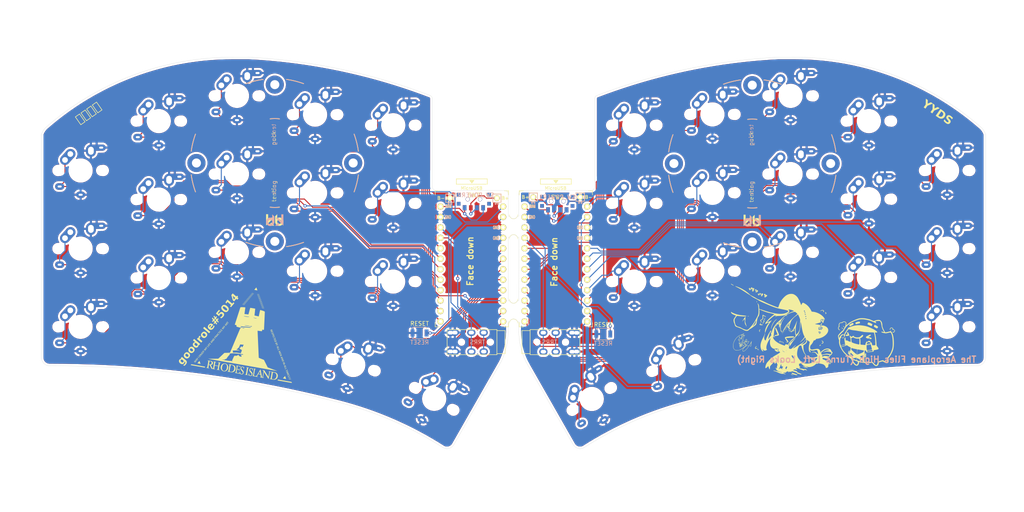
<source format=kicad_pcb>
(kicad_pcb (version 20241229) (generator "pcbnew") (generator_version "9.0")
  (layers (0 "F.Cu" signal) (2 "B.Cu" signal) (13 "F.Paste" user) (15 "B.Paste" user) (5 "F.SilkS" user "F.Silkscreen") (7 "B.SilkS" user "B.Silkscreen") (1 "F.Mask" user) (3 "B.Mask" user) (25 "Edge.Cuts" user))
  (net 0 "")
  (net 1 "BT+")
  (net 2 "gnd")
  (net 3 "vcc")
  (net 4 "Switch18")
  (net 5 "reset")
  (net 6 "Switch1")
  (net 7 "Switch2")
  (net 8 "Switch3")
  (net 9 "Switch4")
  (net 10 "Switch5")
  (net 11 "Switch6")
  (net 12 "Switch7")
  (net 13 "Switch8")
  (net 14 "Switch9")
  (net 15 "Switch10")
  (net 16 "Switch11")
  (net 17 "Switch12")
  (net 18 "Switch13")
  (net 19 "Switch14")
  (net 20 "Switch15")
  (net 21 "Switch16")
  (net 22 "Switch17")
  (net 23 "Net-(SW_POWER1-Pad1)")
  (net 24 "raw")
  (net 25 "BT+_r")
  (net 26 "Switch18_r")
  (net 27 "reset_r")
  (net 28 "Switch9_r")
  (net 29 "Switch10_r")
  (net 30 "Switch11_r")
  (net 31 "Switch12_r")
  (net 32 "Switch13_r")
  (net 33 "Switch14_r")
  (net 34 "Switch15_r")
  (net 35 "Switch16_r")
  (net 36 "Switch17_r")
  (net 37 "Switch1_r")
  (net 38 "Switch2_r")
  (net 39 "Switch3_r")
  (net 40 "Switch4_r")
  (net 41 "Switch5_r")
  (net 42 "Switch6_r")
  (net 43 "Switch7_r")
  (net 44 "Switch8_r")
  (net 45 "Net-(SW_POWERR1-Pad1)")
  (footprint "kbd:1pin_conn" (layer "F.Cu") (at 146.190005 83.736002)
    (property "Reference" "B+")
    (property "Value" "MountingHole_Pad" (hide yes))
  )
  (footprint "kbd:1pin_conn" (layer "F.Cu") (at 134.760005 83.736002)
    (property "Reference" "B-")
    (property "Value" "MountingHole_Pad" (hide yes))
  )
  (footprint "* duckyb-collection:keyswitch_cherrymx_alps_choc12_slots_1u" (layer "F.Cu") (at 45 77)
    (property "Reference" "SW2" (hide yes))
    (property "Value" "SW_Push" (hide yes))
  )
  (footprint "* duckyb-collection:keyswitch_cherrymx_alps_choc12_slots_1u" (layer "F.Cu") (at 64 65)
    (property "Reference" "SW3" (hide yes))
    (property "Value" "SW_Push" (hide yes))
  )
  (footprint "* duckyb-collection:keyswitch_cherrymx_alps_choc12_slots_1u" (layer "F.Cu") (at 83 58.86)
    (property "Reference" "SW4" (hide yes))
    (property "Value" "SW_Push" (hide yes))
  )
  (footprint "* duckyb-collection:keyswitch_cherrymx_alps_choc12_slots_1u" (layer "F.Cu") (at 101.994 63.432)
    (property "Reference" "SW5" (hide yes))
    (property "Value" "SW_Push" (hide yes))
  )
  (footprint "* duckyb-collection:keyswitch_cherrymx_alps_choc12_slots_1u" (layer "F.Cu") (at 121 66)
    (property "Reference" "SW6" (hide yes))
    (property "Value" "SW_Push" (hide yes))
  )
  (footprint "* duckyb-collection:keyswitch_cherrymx_alps_choc12_slots_1u" (layer "F.Cu") (at 45 96)
    (property "Reference" "SW8" (hide yes))
    (property "Value" "SW_Push" (hide yes))
  )
  (footprint "* duckyb-collection:keyswitch_cherrymx_alps_choc12_slots_1u" (layer "F.Cu") (at 64 84.074)
    (property "Reference" "SW9" (hide yes))
    (property "Value" "SW_Push" (hide yes))
  )
  (footprint "* duckyb-collection:keyswitch_cherrymx_alps_choc12_slots_1u" (layer "F.Cu") (at 83 77.878)
    (property "Reference" "SW10" (hide yes))
    (property "Value" "SW_Push" (hide yes))
  )
  (footprint "* duckyb-collection:keyswitch_cherrymx_alps_choc12_slots_1u" (layer "F.Cu") (at 102 82.45)
    (property "Reference" "SW11" (hide yes))
    (property "Value" "SW_Push" (hide yes))
  )
  (footprint "* duckyb-collection:keyswitch_cherrymx_alps_choc12_slots_1u" (layer "F.Cu") (at 120.98 84.99)
    (property "Reference" "SW12" (hide yes))
    (property "Value" "SW_Push" (hide yes))
  )
  (footprint "* duckyb-collection:keyswitch_cherrymx_alps_choc12_slots_1u" (layer "F.Cu") (at 45 115)
    (property "Reference" "SW14" (hide yes))
    (property "Value" "SW_Push" (hide yes))
  )
  (footprint "* duckyb-collection:keyswitch_cherrymx_alps_choc12_slots_1u" (layer "F.Cu") (at 64.008 103.124)
    (property "Reference" "SW15" (hide yes))
    (property "Value" "SW_Push" (hide yes))
  )
  (footprint "* duckyb-collection:keyswitch_cherrymx_alps_choc12_slots_1u" (layer "F.Cu") (at 83 96.896)
    (property "Reference" "SW16" (hide yes))
    (property "Value" "SW_Push" (hide yes))
  )
  (footprint "* duckyb-collection:keyswitch_cherrymx_alps_choc12_slots_1u" (layer "F.Cu") (at 102 101.468)
    (property "Reference" "SW17" (hide yes))
    (property "Value" "SW_Push" (hide yes))
  )
  (footprint "* duckyb-collection:keyswitch_cherrymx_alps_choc12_slots_1u" (layer "F.Cu") (at 130.95 132.504 -30)
    (property "Reference" "SW20" (hide yes))
    (property "Value" "SW_Push" (hide yes))
  )
  (footprint "* duckyb-collection:keyswitch_cherrymx_alps_choc12_slots_1u" (layer "F.Cu") (at 111.272 124.288 -15)
    (property "Reference" "SW21" (hide yes))
    (property "Value" "SW_Push" (hide yes))
  )
  (footprint "kbd:Tenting_Puck2" (layer "F.Cu") (at 92.202 75.184)
    (property "Reference" "REF**")
    (property "Value" "Tenting Puck")
  )
  (footprint "Kailh:SPDT_C128955r" (layer "F.Cu") (at 140.602 83.99)
    (property "Reference" "SW2")
    (property "Value" "SW_SPDT")
  )
  (footprint "kbd:SW_SPST_B3U-1000P" (layer "F.Cu") (at 127.394 116.502)
    (property "Reference" "RSW1" (hide yes))
    (property "Value" "SW_Push")
  )
  (footprint "* duckyb-collection:keyswitch_cherrymx_alps_choc12_slots_1u" (layer "F.Cu") (at 120.98 104.008)
    (property "Reference" "SW18" (hide yes))
    (property "Value" "SW_Push" (hide yes))
  )
  (footprint "kbd:ProMicro_v3_min" (layer "F.Cu") (at 140.094 100.246)
    (property "Reference" "U1" (hide yes))
    (property "Value" "ProMicro-kbd" (hide yes))
  )
  (footprint "kbd:1pin_conn" (layer "F.Cu") (at 166.45984 83.482002)
    (property "Reference" "B-")
    (property "Value" "MountingHole_Pad" (hide yes))
  )
  (footprint "kbd:SW_SPST_B3U-1000P" (layer "F.Cu") (at 172.04784 116.756)
    (property "Reference" "RSW2" (hide yes))
    (property "Value" "SW_Push")
  )
  (footprint "kbd:1pin_conn" (layer "F.Cu") (at 155.02984 83.482002)
    (property "Reference" "B+")
    (property "Value" "MountingHole_Pad" (hide yes))
  )
  (footprint "kbd:Tenting_Puck2" (layer "F.Cu") (at 208.26984 75.311)
    (property "Reference" "REF**")
    (property "Value" "Tenting Puck")
  )
  (footprint "Kailh:SPDT_C128955r" (layer "F.Cu") (at 160.87184 84.498)
    (property "Reference" "SW2")
    (property "Value" "SW_SPDT")
  )
  (footprint "Kailh:TRRS-PJ-DPB2" (layer "F.Cu") (at 154.26784 118.734 90)
    (property "Reference" "J1")
    (property "Value" "AudioJack4dpb" (hide yes))
  )
  (footprint "* duckyb-collection:keyswitch_cherrymx_alps_choc12_slots_1u" (layer "F.Cu") (at 198.58584 82.418)
    (property "Reference" "SW11_r1" (hide yes))
    (property "Value" "SW_Push" (hide yes))
  )
  (footprint "* duckyb-collection:keyswitch_cherrymx_alps_choc12_slots_1u" (layer "F.Cu") (at 255.63184 115)
    (property "Reference" "SW13_r1" (hide yes))
    (property "Value" "SW_Push" (hide yes))
  )
  (footprint "* duckyb-collection:keyswitch_cherrymx_alps_choc12_slots_1u" (layer "F.Cu") (at 217.58784 96.896)
    (property "Reference" "SW15_r1" (hide yes))
    (property "Value" "SW_Push" (hide yes))
  )
  (footprint "* duckyb-collection:keyswitch_cherrymx_alps_choc12_slots_1u" (layer "F.Cu") (at 198.58584 101.468)
    (property "Reference" "SW16_r1" (hide yes))
    (property "Value" "SW_Push" (hide yes))
  )
  (footprint "* duckyb-collection:keyswitch_cherrymx_alps_choc12_slots_1u" (layer "F.Cu") (at 198.58584 63.368)
    (property "Reference" "SW5_r1" (hide yes))
    (property "Value" "SW_Push" (hide yes))
  )
  (footprint "* duckyb-collection:keyswitch_cherrymx_alps_choc12_slots_1u" (layer "F.Cu") (at 236.61384 65)
    (property "Reference" "SW3_r1" (hide yes))
    (property "Value" "SW_Push" (hide yes))
  )
  (footprint "* duckyb-collection:keyswitch_cherrymx_alps_choc12_slots_1u" (layer "F.Cu") (at 217.58784 58.86)
    (property "Reference" "SW4_r1" (hide yes))
    (property "Value" "SW_Push" (hide yes))
  )
  (footprint "* duckyb-collection:keyswitch_cherrymx_alps_choc12_slots_1u" (layer "F.Cu") (at 236.61384 83.974)
    (property "Reference" "SW8_r1" (hide yes))
    (property "Value" "SW_Push" (hide yes))
  )
  (footprint "* duckyb-collection:keyswitch_cherrymx_alps_choc12_slots_1u" (layer "F.Cu") (at 217.58784 77.878)
    (property "Reference" "SW9_r1" (hide yes))
    (property "Value" "SW_Push" (hide yes))
  )
  (footprint "* duckyb-collection:keyswitch_cherrymx_alps_choc12_slots_1u" (layer "F.Cu") (at 236.61384 102.992)
    (property "Reference" "SW18_r1" (hide yes))
    (property "Value" "SW_Push" (hide yes))
  )
  (footprint "* duckyb-collection:keyswitch_cherrymx_alps_choc12_slots_1u" (layer "F.Cu") (at 179.58584 84.99)
    (property "Reference" "SW12_r1" (hide yes))
    (property "Value" "SW_Push" (hide yes))
  )
  (footprint "* duckyb-collection:keyswitch_cherrymx_alps_choc12_slots_1u" (layer "F.Cu") (at 255.63184 96)
    (property "Reference" "SW7_r1" (hide yes))
    (property "Value" "SW_Push" (hide yes))
  )
  (footprint "* duckyb-collection:keyswitch_cherrymx_alps_choc12_slots_1u" (layer "F.Cu") (at 255.63184 77)
    (property "Reference" "SW2_r1" (hide yes))
    (property "Value" "SW_Push" (hide yes))
  )
  (footprint "* duckyb-collection:keyswitch_cherrymx_alps_choc12_slots_1u" (layer "F.Cu") (at 179.58584 66)
    (property "Reference" "SW6_r1" (hide yes))
    (property "Value" "SW_Push" (hide yes))
  )
  (footprint "* duckyb-collection:keyswitch_cherrymx_alps_choc12_slots_1u" (layer "F.Cu") (at 169.251 132.542 30)
    (property "Reference" "SW20_r1" (hide yes))
    (property "Value" "SW_Push" (hide yes))
  )
  (footprint "* duckyb-collection:keyswitch_cherrymx_alps_choc12_slots_1u" (layer "F.Cu") (at 179.58584 104.008)
    (property "Reference" "SW17_r1" (hide yes))
    (property "Value" "SW_Push" (hide yes))
  )
  (footprint "* duckyb-collection:keyswitch_cherrymx_alps_choc12_slots_1u" (layer "F.Cu") (at 189.17984 124.41 15)
    (property "Reference" "SW21_r1" (hide yes))
    (property "Value" "SW_Push" (hide yes))
  )
  (footprint "kbd:ProMicro_v3_min" (layer "F.Cu") (at 160.51784 100.246)
    (property "Reference" "U2" (hide yes))
    (property "Value" "ProMicro-kbd" (hide yes))
  )
  (footprint "Duckyb-Parts:mouse-bite-5mm-slot-with-space-for-track" (layer "F.Cu") (at 150.241 90.678)
    (property "Reference" "mouse-bite-5mm-slot" (hide yes))
    (property "Value" "VAL**" (hide yes))
  )
  (footprint "Duckyb-Parts:mouse-bite-5mm-slot-with-space-for-track" (layer "F.Cu") (at 150.241 111.1885)
    (property "Reference" "mouse-bite-5mm-slot" (hide yes))
    (property "Value" "VAL**" (hide yes))
  )
  (footprint "Kailh:TRRS-PJ-DPB2" (layer "F.Cu") (at 146.19 118.734 -90)
    (property "Reference" "J2")
    (property "Value" "AudioJack4dpb" (hide yes))
  )
  (footprint "assets:skadi" (layer "F.Cu") (at 215.6 114.995562)
    (property "Reference" "G***")
    (property "Value" "LOGO" (hide yes))
  )
  (footprint "assets:rhodes-island" (layer "F.Cu") (at 85.895518 116.002423 -10)
    (property "Reference" "G***")
    (property "Value" "LOGO" (hide yes))
  )
  (footprint "assets:kyadoc" (layer "F.Cu") (at 236.1 117.926978)
    (property "Reference" "G***")
    (property "Value" "LOGO" (hide yes))
  )
  (footprint "Kailh:SPDT_C128955" (layer "B.Cu") (at 140.602 83.99 180)
    (property "Reference" "SW_POWERR1")
    (property "Value" "SW_SPDT")
  )
  (footprint "kbd:SW_SPST_B3U-1000P" (layer "B.Cu") (at 127.394 116.502)
    (property "Reference" "RSW1" (hide yes))
    (property "Value" "SW_Push")
  )
  (footprint "Kailh:SPDT_C128955" (layer "B.Cu") (at 160.87184 84.498 180)
    (property "Reference" "SW_POWER1")
    (property "Value" "SW_SPDT")
  )
  (footprint "kbd:SW_SPST_B3U-1000P" (layer "B.Cu") (at 172.04784 116.756)
    (property "Reference" "RSW2" (hide yes))
    (property "Value" "SW_Push")
  )
  (gr_arc (start 148.162 81.866) (mid 148.69233 82.08567) (end 148.912 82.616) (stroke (width 0.05)) (layer "Edge.Cuts"))
  (gr_line (start 148.912 93.218) (end 148.912 101.262) (stroke (width 0.05)) (layer "Edge.Cuts"))
  (gr_line (start 131.458 81.868917) (end 148.162 81.866) (stroke (width 0.05)) (layer "Edge.Cuts"))
  (gr_line (start 147.161679 123.613657) (end 135.71 143.699265) (stroke (width 0.05)) (layer "Edge.Cuts"))
  (gr_arc (start 148.924 116.248) (mid 148.462831 120.031316) (end 147.161679 123.613657) (stroke (width 0.05)) (layer "Edge.Cuts"))
  (gr_line (start 148.912 82.616) (end 148.924 88.11) (stroke (width 0.05)) (layer "Edge.Cuts"))
  (gr_line (start 149.2885 88.11) (end 148.924 88.11) (stroke (width 0.05)) (layer "Edge.Cuts"))
  (gr_line (start 149.2885 93.218) (end 148.912 93.218) (stroke (width 0.05)) (layer "Edge.Cuts"))
  (gr_line (start 149.2885 108.628) (end 148.924 108.628) (stroke (width 0.05)) (layer "Edge.Cuts"))
  (gr_line (start 149.2885 113.7285) (end 148.912 113.7285) (stroke (width 0.05)) (layer "Edge.Cuts"))
  (gr_line (start 148.912 101.262) (end 148.924 108.628) (stroke (width 0.05)) (layer "Edge.Cuts"))
  (gr_line (start 148.912 113.7285) (end 148.924 116.248) (stroke (width 0.05)) (layer "Edge.Cuts"))
  (gr_arc (start 131.458 81.868917) (mid 130.750893 81.576024) (end 130.458 80.868917) (stroke (width 0.05)) (layer "Edge.Cuts"))
  (gr_line (start 130.458 80.868917) (end 130.463 59.473) (stroke (width 0.05)) (layer "Edge.Cuts"))
  (gr_arc (start 35.465859 68.23732) (mid 36.022742 67.119147) (end 36.893 66.223) (stroke (width 0.05)) (layer "Edge.Cuts"))
  (gr_arc (start 85.843227 49.463504) (mid 108.303644 52.385453) (end 130.028245 58.79247) (stroke (width 0.05)) (layer "Edge.Cuts"))
  (gr_line (start 37.768 124.474571) (end 37.493002 124.473917) (stroke (width 0.05)) (layer "Edge.Cuts"))
  (gr_arc (start 107.797707 133.384137) (mid 120.821222 137.841207) (end 132.978 144.298) (stroke (width 0.05)) (layer "Edge.Cuts"))
  (gr_arc (start 37.768 124.474571) (mid 73.062876 126.72836) (end 107.797707 133.384137) (stroke (width 0.05)) (layer "Edge.Cuts"))
  (gr_arc (start 37.493002 124.473917) (mid 36.080534 123.924716) (end 35.458001 122.542999) (stroke (width 0.05)) (layer "Edge.Cuts"))
  (gr_arc (start 135.71 143.699265) (mid 134.468995 144.56898) (end 132.978 144.298) (stroke (width 0.05)) (layer "Edge.Cuts"))
  (gr_arc (start 130.028245 58.79247) (mid 130.345034 59.069226) (end 130.463 59.473) (stroke (width 0.05)) (layer "Edge.Cuts"))
  (gr_line (start 35.465859 68.23732) (end 35.458001 122.542999) (stroke (width 0.05)) (layer "Edge.Cuts"))
  (gr_line (start 85.843227 49.463504) (end 81.868 49.468) (stroke (width 0.05)) (layer "Edge.Cuts"))
  (gr_arc (start 36.893 66.223) (mid 57.870705 53.792798) (end 81.868 49.468) (stroke (width 0.05)) (layer "Edge.Cuts"))
  (gr_line (start 168.99984 81.868917) (end 152.29584 81.866) (stroke (width 0.05)) (layer "Edge.Cuts"))
  (gr_line (start 151.54584 113.7285) (end 151.53384 116.248) (stroke (width 0.05)) (layer "Edge.Cuts"))
  (gr_line (start 153.280536 123.57215) (end 164.74784 143.699265) (stroke (width 0.05)) (layer "Edge.Cuts"))
  (gr_line (start 264.991981 68.23732) (end 264.999839 122.542999) (stroke (width 0.05)) (layer "Edge.Cuts"))
  (gr_line (start 214.614716 49.465561) (end 218.58984 49.468) (stroke (width 0.05)) (layer "Edge.Cuts"))
  (gr_line (start 151.54584 101.262) (end 151.53384 108.628) (stroke (width 0.05)) (layer "Edge.Cuts"))
  (gr_arc (start 151.54584 82.616) (mid 151.76551 82.08567) (end 152.29584 81.866) (stroke (width 0.05)) (layer "Edge.Cuts"))
  (gr_line (start 151.54584 93.218) (end 151.54584 101.262) (stroke (width 0.05)) (layer "Edge.Cuts"))
  (gr_arc (start 167.47984 144.298) (mid 179.636497 137.840745) (end 192.659669 133.38233) (stroke (width 0.05)) (layer "Edge.Cuts"))
  (gr_arc (start 218.58984 49.468) (mid 242.587135 53.792799) (end 263.56484 66.223) (stroke (width 0.05)) (layer "Edge.Cuts"))
  (gr_arc (start 192.659669 133.38233) (mid 227.394848 126.727908) (end 262.68984 124.474571) (stroke (width 0.05)) (layer "Edge.Cuts"))
  (gr_arc (start 167.47984 144.298) (mid 165.988845 144.56898) (end 164.74784 143.699265) (stroke (width 0.05)) (layer "Edge.Cuts"))
  (gr_arc (start 153.280536 123.57215) (mid 151.990927 120.009347) (end 151.53384 116.248) (stroke (width 0.05)) (layer "Edge.Cuts"))
  (gr_line (start 151.54584 82.616) (end 151.53384 88.11) (stroke (width 0.05)) (layer "Edge.Cuts"))
  (gr_arc (start 169.99984 80.868917) (mid 169.706947 81.576024) (end 168.99984 81.868917) (stroke (width 0.05)) (layer "Edge.Cuts"))
  (gr_line (start 169.99984 80.868917) (end 169.99484 59.473) (stroke (width 0.05)) (layer "Edge.Cuts"))
  (gr_arc (start 263.56484 66.223) (mid 264.435098 67.119147) (end 264.991981 68.23732) (stroke (width 0.05)) (layer "Edge.Cuts"))
  (gr_arc (start 170.429595 58.79247) (mid 192.154223 52.385977) (end 214.614716 49.465561) (stroke (width 0.05)) (layer "Edge.Cuts"))
  (gr_line (start 262.68984 124.474571) (end 262.964838 124.473917) (stroke (width 0.05)) (layer "Edge.Cuts"))
  (gr_arc (start 264.999839 122.542999) (mid 264.377307 123.924717) (end 262.964838 124.473917) (stroke (width 0.05)) (layer "Edge.Cuts"))
  (gr_arc (start 169.99484 59.473) (mid 170.112806 59.069226) (end 170.429595 58.79247) (stroke (width 0.05)) (layer "Edge.Cuts"))
  (gr_line (start 151.53384 88.11) (end 151.1935 88.11) (stroke (width 0.05)) (layer "Edge.Cuts"))
  (gr_line (start 151.54584 93.218) (end 151.1935 93.218) (stroke (width 0.05)) (layer "Edge.Cuts"))
  (gr_arc (start 149.288501 113.7285) (mid 150.241 113.083627) (end 151.193499 113.728501) (stroke (width 0.05)) (layer "Edge.Cuts"))
  (gr_line (start 151.53384 108.628) (end 151.1935 108.628) (stroke (width 0.05)) (layer "Edge.Cuts"))
  (gr_arc (start 149.288501 93.218) (mid 150.241 92.573127) (end 151.193499 93.218001) (stroke (width 0.05)) (layer "Edge.Cuts"))
  (gr_line (start 151.54584 113.7285) (end 151.1935 113.7285) (stroke (width 0.05)) (layer "Edge.Cuts"))
  (gr_arc (start 151.193499 108.628) (mid 150.241 109.285937) (end 149.288501 108.627999) (stroke (width 0.05)) (layer "Edge.Cuts"))
  (gr_arc (start 151.193499 88.11) (mid 150.241 88.772807) (end 149.288501 88.109999) (stroke (width 0.05)) (layer "Edge.Cuts"))
  (gr_text "Face down" (at 160.10984 99.23 90) (layer "F.SilkS") (effects (font (size 1.5 1.5) (thickness 0.3))))
  (gr_text "goodrole#5014" (at 76.06 115.62 50) (layer "F.SilkS") (effects (font (size 1.8 1.8) (thickness 0.4) (bold yes))))
  (gr_text "YYDS" (at 253.23 62.96 325) (layer "F.SilkS") (effects (font (size 2 2) (thickness 0.4) (bold yes))))
  (gr_text "明日方舟" (at 46.9 63.05 35) (layer "F.SilkS") (effects (font (size 2 2) (thickness 0.4) (bold yes))))
  (gr_text "Face down" (at 139.7 99.06 90) (layer "F.SilkS") (effects (font (size 1.5 1.5) (thickness 0.3))))
  (gr_text "The Aeroplane Flies High (Turns Left, Looks Right)" (at 233.62984 122.936 0) (layer "B.SilkS") (effects (font (size 1.5 1.5) (thickness 0.3)) (justify mirror)))
  (segment (start 158.381843 85.323001) (end 157.231843 84.173001) (width 0.25) (layer "F.Cu") (net 1))
  (segment (start 157.231843 84.173001) (end 155.720841 84.173001) (width 0.25) (layer "F.Cu") (net 1))
  (segment (start 155.720841 84.173001) (end 155.02984 83.482) (width 0.25) (layer "F.Cu") (net 1))
  (segment (start 160.10984 86.585) (end 160.12184 86.573) (width 0.25) (layer "F.Cu") (net 1))
  (segment (start 160.12184 85.698) (end 159.746841 85.323001) (width 0.25) (layer "F.Cu") (net 1))
  (segment (start 159.746841 85.323001) (end 158.381843 85.323001) (width 0.25) (layer "F.Cu") (net 1))
  (segment (start 160.10984 88.054) (end 160.10984 86.585) (width 0.25) (layer "F.Cu") (net 1))
  (segment (start 160.12184 86.573) (end 160.12184 85.698) (width 0.25) (layer "F.Cu") (net 1))
  (via (at 160.10984 88.054) (size 0.8) (drill 0.4) (layers "F.Cu" "B.Cu") (net 1))
  (segment (start 160.14084 88.054) (end 161.62184 86.573) (width 0.25) (layer "B.Cu") (net 1))
  (segment (start 160.10984 88.054) (end 160.14084 88.054) (width 0.25) (layer "B.Cu") (net 1))
  (segment (start 133.236 88.308) (end 132.4854 88.308) (width 0.25) (layer "B.Cu") (net 2))
  (segment (start 134.76 83.736) (end 134.76 86.784) (width 0.25) (layer "B.Cu") (net 2))
  (segment (start 134.76 86.784) (end 133.236 88.308) (width 0.25) (layer "B.Cu") (net 2))
  (segment (start 157.46784 121.044) (end 157.48784 121.064) (width 0.25) (layer "F.Cu") (net 3))
  (segment (start 132.4854 93.388) (end 134.282 93.388) (width 0.25) (layer "F.Cu") (net 3))
  (segment (start 136.652 95.758) (end 136.652 103.251) (width 0.25) (layer "F.Cu") (net 3))
  (segment (start 134.282 93.388) (end 136.652 95.758) (width 0.25) (layer "F.Cu") (net 3))
  (via (at 136.652 103.251) (size 0.8) (drill 0.4) (layers "F.Cu" "B.Cu") (net 3))
  (segment (start 157.46784 121.044) (end 157.48784 121.064) (width 0.25) (layer "B.Cu") (net 3))
  (segment (start 157.46784 116.434) (end 157.46784 121.044) (width 0.25) (layer "B.Cu") (net 3))
  (segment (start 152.90924 93.388) (end 157.46784 97.9466) (width 0.25) (layer "B.Cu") (net 3))
  (segment (start 157.46784 97.9466) (end 157.46784 116.434) (width 0.25) (layer "B.Cu") (net 3))
  (segment (start 136.652 110.086) (end 142.97 116.404) (width 0.25) (layer "B.Cu") (net 3))
  (segment (start 142.97 116.404) (end 142.97 121.014) (width 0.25) (layer "B.Cu") (net 3))
  (segment (start 142.97 121.014) (end 142.99 121.034) (width 0.25) (layer "B.Cu") (net 3))
  (segment (start 136.652 103.251) (end 136.652 110.086) (width 0.25) (layer "B.Cu") (net 3))
  (segment (start 135.014 109.083718) (end 135.014 93.642) (width 0.25) (layer "B.Cu") (net 4))
  (segment (start 139.97 121.014) (end 139.99 121.034) (width 0.25) (layer "B.Cu") (net 4))
  (segment (start 139.97 114.039718) (end 135.014 109.083718) (width 0.25) (layer "B.Cu") (net 4))
  (segment (start 146.02888 89.98452) (end 147.7054 88.308) (width 0.25) (layer "B.Cu") (net 4))
  (segment (start 139.97 116.404) (end 139.97 114.039718) (width 0.25) (layer "B.Cu") (net 4))
  (segment (start 139.97 116.404) (end 139.97 121.014) (width 0.25) (layer "B.Cu") (net 4))
  (segment (start 138.67148 89.98452) (end 146.02888 89.98452) (width 0.25) (layer "B.Cu") (net 4))
  (segment (start 135.014 93.642) (end 138.67148 89.98452) (width 0.25) (layer "B.Cu") (net 4))
  (segment (start 129.094 116.502) (end 129.934 116.502) (width 0.25) (layer "F.Cu") (net 5))
  (via (at 129.934 116.502) (size 0.8) (drill 0.4) (layers "F.Cu" "B.Cu") (net 5))
  (segment (start 129.934 116.502) (end 129.094 116.502) (width 0.25) (layer "B.Cu") (net 5))
  (segment (start 134.493 113.309162) (end 131.300162 116.502) (width 0.25) (layer "B.Cu") (net 5))
  (segment (start 131.300162 116.502) (end 129.934 116.502) (width 0.25) (layer "B.Cu") (net 5))
  (segment (start 134.493 92.8556) (end 134.493 113.309162) (width 0.25) (layer "B.Cu") (net 5))
  (segment (start 132.4854 90.848) (end 134.493 92.8556) (width 0.25) (layer "B.Cu") (net 5))
  (segment (start 125.238397 75.968037) (end 118.372399 75.968037) (width 0.25) (layer "F.Cu") (net 6))
  (segment (start 127.978962 83.349038) (end 127.978962 78.708602) (width 0.25) (layer "F.Cu") (net 6))
  (segment (start 127.978962 78.708602) (end 125.238397 75.968037) (width 0.25) (layer "F.Cu") (net 6))
  (segment (start 116.144388 73.740028) (end 114.7568 73.740028) (width 0.25) (layer "F.Cu") (net 6))
  (segment (start 131.167319 106.378681) (end 131.167319 102.866329) (width 0.25) (layer "F.Cu") (net 6))
  (segment (start 113.486798 72.470028) (end 98.868206 72.470028) (width 0.25) (layer "F.Cu") (net 6))
  (segment (start 41.2 79.6) (end 39.9 80.9) (width 0.25) (layer "F.Cu") (net 6))
  (segment (start 41.2 74.45) (end 41.2 79.6) (width 0.25) (layer "F.Cu") (net 6))
  (segment (start 131.167319 102.866329) (end 129.598359 101.297369) (width 0.25) (layer "F.Cu") (net 6))
  (segment (start 96.894196 70.49602) (end 66.91798 70.49602) (width 0.25) (layer "F.Cu") (net 6))
  (segment (start 56.514 80.9) (end 39.9 80.9) (width 0.25) (layer "F.Cu") (net 6))
  (segment (start 129.598359 85.055589) (end 127.978964 83.436194) (width 0.25) (layer "F.Cu") (net 6))
  (segment (start 129.598359 101.297369) (end 129.598359 85.055589) (width 0.25) (layer "F.Cu") (net 6))
  (segment (start 127.978964 83.436194) (end 127.978962 83.349038) (width 0.25) (layer "F.Cu") (net 6))
  (segment (start 131.167319 106.378681) (end 132.230638 107.442) (width 0.25) (layer "F.Cu") (net 6))
  (segment (start 114.7568 73.740028) (end 113.486798 72.470028) (width 0.25) (layer "F.Cu") (net 6))
  (segment (start 66.91798 70.49602) (end 56.514 80.9) (width 0.25) (layer "F.Cu") (net 6))
  (segment (start 118.372399 75.968037) (end 116.144388 73.740028) (width 0.25) (layer "F.Cu") (net 6))
  (segment (start 132.230638 107.442) (end 138.43 107.442) (width 0.25) (layer "F.Cu") (net 6))
  (segment (start 98.868206 72.470028) (end 96.894196 70.49602) (width 0.25) (layer "F.Cu") (net 6))
  (via (at 138.43 107.442) (size 0.8) (drill 0.4) (layers "F.Cu" "B.Cu") (net 6))
  (segment (start 139.616 108.628) (end 147.7054 108.628) (width 0.25) (layer "B.Cu") (net 6))
  (segment (start 138.43 107.442) (end 139.616 108.628) (width 0.25) (layer "B.Cu") (net 6))
  (segment (start 69.53801 70.04601) (end 97.080596 70.04601) (width 0.25) (layer "F.Cu") (net 7))
  (segment (start 68.392 68.9) (end 69.53801 70.04601) (width 0.25) (layer "F.Cu") (net 7))
  (segment (start 60.2 67.6) (end 58.9 68.9) (width 0.25) (layer "F.Cu") (net 7))
  (segment (start 125.424799 75.518029) (end 128.428972 78.522202) (width 0.25) (layer "F.Cu") (net 7))
  (segment (start 97.080596 70.04601) (end 99.054605 72.020019) (width 0.25) (layer "F.Cu") (net 7))
  (segment (start 128.428972 78.522202) (end 128.428972 80.676972) (width 0.25) (layer "F.Cu") (net 7))
  (segment (start 128.428973 83.249793) (end 130.048369 84.869189) (width 0.25) (layer "F.Cu") (net 7))
  (segment (start 130.048369 84.869189) (end 130.048369 101.110969) (width 0.25) (layer "F.Cu") (net 7))
  (segment (start 130.048369 101.110969) (end 132.4854 103.548) (width 0.25) (layer "F.Cu") (net 7))
  (segment (start 116.33079 73.29002) (end 118.558798 75.518028) (width 0.25) (layer "F.Cu") (net 7))
  (segment (start 99.054605 72.020019) (end 113.6732 72.02002) (width 0.25) (layer "F.Cu") (net 7))
  (segment (start 113.6732 72.02002) (end 114.943199 73.290019) (width 0.25) (layer "F.Cu") (net 7))
  (segment (start 128.428973 80.676973) (end 128.428973 83.249793) (width 0.25) (layer "F.Cu") (net 7))
  (segment (start 60.2 62.45) (end 60.2 67.6) (width 0.25) (layer "F.Cu") (net 7))
  (segment (start 114.943199 73.290019) (end 116.33079 73.29002) (width 0.25) (layer "F.Cu") (net 7))
  (segment (start 58.9 68.9) (end 68.392 68.9) (width 0.25) (layer "F.Cu") (net 7))
  (segment (start 118.558798 75.518028) (end 125.424799 75.518029) (width 0.25) (layer "F.Cu") (net 7))
  (segment (start 128.878982 78.335802) (end 128.878982 83.063392) (width 0.25) (layer "F.Cu") (net 8))
  (segment (start 99.241006 71.57001) (end 113.8596 71.57001) (width 0.25) (layer "F.Cu") (net 8))
  (segment (start 125.6112 75.06802) (end 128.878982 78.335802) (width 0.25) (layer "F.Cu") (net 8))
  (segment (start 79.2 56.31) (end 79.2 61.46) (width 0.25) (layer "F.Cu") (net 8))
  (segment (start 77.9 62.76) (end 84.736 69.596) (width 0.25) (layer "F.Cu") (net 8))
  (segment (start 118.745199 75.068019) (end 125.6112 75.06802) (width 0.25) (layer "F.Cu") (net 8))
  (segment (start 128.878982 83.063392) (end 130.498379 84.682789) (width 0.25) (layer "F.Cu") (net 8))
  (segment (start 79.2 61.46) (end 77.9 62.76) (width 0.25) (layer "F.Cu") (net 8))
  (segment (start 97.266996 69.596) (end 99.241006 71.57001) (width 0.25) (layer "F.Cu") (net 8))
  (segment (start 116.51719 72.84001) (end 118.745199 75.068019) (width 0.25) (layer "F.Cu") (net 8))
  (segment (start 84.736 69.596) (end 97.266996 69.596) (width 0.25) (layer "F.Cu") (net 8))
  (segment (start 113.8596 71.57001) (end 115.1296 72.84001) (width 0.25) (layer "F.Cu") (net 8))
  (segment (start 130.498379 84.682789) (end 130.498379 99.020979) (width 0.25) (layer "F.Cu") (net 8))
  (segment (start 130.498379 99.020979) (end 132.4854 101.008) (width 0.25) (layer "F.Cu") (net 8))
  (segment (start 115.1296 72.84001) (end 116.51719 72.84001) (width 0.25) (layer "F.Cu") (net 8))
  (segment (start 129.328991 79.713009) (end 129.328991 82.876991) (width 0.25) (layer "F.Cu") (net 9))
  (segment (start 116.70359 72.39) (end 118.9316 74.61801) (width 0.25) (layer "F.Cu") (net 9))
  (segment (start 129.328991 82.876991) (end 130.948389 84.496389) (width 0.25) (layer "F.Cu") (net 9))
  (segment (start 130.948389 96.930989) (end 132.4854 98.468) (width 0.25) (layer "F.Cu") (net 9))
  (segment (start 98.194 60.882) (end 98.194 66.032) (width 0.25) (layer "F.Cu") (net 9))
  (segment (start 115.316 72.39) (end 116.70359 72.39) (width 0.25) (layer "F.Cu") (net 9))
  (segment (start 114.046 71.12) (end 115.316 72.39) (width 0.25) (layer "F.Cu") (net 9))
  (segment (start 129.328991 78.149401) (end 129.328991 79.713009) (width 0.25) (layer "F.Cu") (net 9))
  (segment (start 118.9316 74.61801) (end 125.7976 74.61801) (width 0.25) (layer "F.Cu") (net 9))
  (segment (start 98.194 66.032) (end 96.894 67.332) (width 0.25) (layer "F.Cu") (net 9))
  (segment (start 100.682 71.12) (end 114.046 71.12) (width 0.25) (layer "F.Cu") (net 9))
  (segment (start 96.894 67.332) (end 100.682 71.12) (width 0.25) (layer "F.Cu") (net 9))
  (segment (start 130.948389 84.496389) (end 130.948389 96.930989) (width 0.25) (layer "F.Cu") (net 9))
  (segment (start 125.7976 74.61801) (end 129.328991 78.149401) (width 0.25) (layer "F.Cu") (net 9))
  (segment (start 129.794 77.978) (end 129.794 82.58) (width 0.25) (layer "F.Cu") (net 10))
  (segment (start 117.2 63.45) (end 117.2 68.6) (width 0.25) (layer "F.Cu") (net 10))
  (segment (start 115.9 70.95) (end 119.118 74.168) (width 0.25) (layer "F.Cu") (net 10))
  (segment (start 115.9 69.9) (end 115.9 70.95) (width 0.25) (layer "F.Cu") (net 10))
  (segment (start 129.794 82.58) (end 131.398399 84.184399) (width 0.25) (layer "F.Cu") (net 10))
  (segment (start 131.398399 84.184399) (end 131.398399 94.840999) (width 0.25) (layer "F.Cu") (net 10))
  (segment (start 131.398399 94.840999) (end 132.4854 95.928) (width 0.25) (layer "F.Cu") (net 10))
  (segment (start 119.118 74.168) (end 125.984 74.168) (width 0.25) (layer "F.Cu") (net 10))
  (segment (start 125.984 74.168) (end 129.794 77.978) (width 0.25) (layer "F.Cu") (net 10))
  (segment (start 117.2 68.6) (end 115.9 69.9) (width 0.25) (layer "F.Cu") (net 10))
  (segment (start 64.393892 88.42352) (end 67.691 85.126412) (width 0.25) (layer "F.Cu") (net 11))
  (segment (start 70.2904 79.95201) (end 80.330598 79.95201) (width 0.25) (layer "F.Cu") (net 11))
  (segment (start 80.330598 79.95201) (end 81.658588 81.28) (width 0.25) (layer "F.Cu") (net 11))
  (segment (start 61.18248 88.42352) (end 64.393892 88.42352) (width 0.25) (layer "F.Cu") (net 11))
  (segment (start 98.36652 84.39652) (end 99.568 85.598) (width 0.25) (layer "F.Cu") (net 11))
  (segment (start 90.932 81.28) (end 94.04852 84.39652) (width 0.25) (layer "F.Cu") (net 11))
  (segment (start 39.9 99.9) (end 49.706 99.9) (width 0.25) (layer "F.Cu") (net 11))
  (segment (start 81.658588 81.28) (end 90.932 81.28) (width 0.25) (layer "F.Cu") (net 11))
  (segment (start 49.706 99.9) (end 61.18248 88.42352) (width 0.25) (layer "F.Cu") (net 11))
  (segment (start 67.691 82.55141) (end 70.2904 79.95201) (width 0.25) (layer "F.Cu") (net 11))
  (segment (start 67.691 85.126412) (end 67.691 82.55141) (width 0.25) (layer "F.Cu") (net 11))
  (segment (start 94.04852 84.39652) (end 98.36652 84.39652) (width 0.25) (layer "F.Cu") (net 11))
  (via (at 99.568 85.598) (size 0.8) (drill 0.4) (layers "F.Cu" "B.Cu") (net 11))
  (segment (start 39.9 97.759002) (end 39.9 99.9) (width 0.25) (layer "B.Cu") (net 11))
  (segment (start 131.0827 98.0927) (end 131.0827 104.6853) (width 0.25) (layer "B.Cu") (net 11))
  (segment (start 128.41 95.42) (end 131.0827 98.0927) (width 0.25) (layer "B.Cu") (net 11))
  (segment (start 99.568 85.598) (end 105.126 85.598) (width 0.25) (layer "B.Cu") (net 11))
  (segment (start 105.126 85.598) (end 114.948 95.42) (width 0.25) (layer "B.Cu") (net 11))
  (segment (start 41.2 96.459002) (end 39.9 97.759002) (width 0.25) (layer "B.Cu") (net 11))
  (segment (start 41.2 93.45) (end 41.2 96.459002) (width 0.25) (layer "B.Cu") (net 11))
  (segment (start 131.0827 104.6853) (end 132.4854 106.088) (width 0.25) (layer "B.Cu") (net 11))
  (segment (start 114.948 95.42) (end 128.41 95.42) (width 0.25) (layer "B.Cu") (net 11))
  (segment (start 58.9 87.974) (end 64.207002 87.974) (width 0.25) (layer "F.Cu") (net 12))
  (segment (start 130.696 103.03142) (end 130.696 103.294) (width 0.25) (layer "F.Cu") (net 12))
  (segment (start 128.26039 95.11198) (end 129.148348 95.999938) (width 0.25) (layer "F.Cu") (net 12))
  (segment (start 80.516998 79.502) (end 81.786998 80.772) (width 0.25) (layer "F.Cu") (net 12))
  (segment (start 64.207002 87.974) (end 67.24148 84.939522) (width 0.25) (layer "F.Cu") (net 12))
  (segment (start 129.148348 95.999938) (end 129.148349 96.158349) (width 0.25) (layer "F.Cu") (net 12))
  (segment (start 106.5448 85.96798) (end 115.6888 95.11198) (width 0.25) (layer "F.Cu") (net 12))
  (segment (start 70.104 79.502) (end 80.516998 79.502) (width 0.25) (layer "F.Cu") (net 12))
  (segment (start 129.156929 101.492349) (end 130.696 103.03142) (width 0.25) (layer "F.Cu") (net 12))
  (segment (start 130.717309 106.565081) (end 132.4854 108.333172) (width 0.25) (layer "F.Cu") (net 12))
  (segment (start 99.389998 83.947) (end 101.410978 85.96798) (width 0.25) (layer "F.Cu") (net 12))
  (segment (start 130.696 103.294) (end 130.717309 103.315309) (width 0.25) (layer "F.Cu") (net 12))
  (segment (start 115.6888 95.11198) (end 128.26039 95.11198) (width 0.25) (layer "F.Cu") (net 12))
  (segment (start 129.148349 96.158349) (end 129.148349 101.492349) (width 0.25) (layer "F.Cu") (net 12))
  (segment (start 81.786998 80.772) (end 91.06041 80.772) (width 0.25) (layer "F.Cu") (net 12))
  (segment (start 94.23541 83.947) (end 99.389998 83.947) (width 0.25) (layer "F.Cu") (net 12))
  (segment (start 67.24148 82.36452) (end 70.104 79.502) (width 0.25) (layer "F.Cu") (net 12))
  (segment (start 132.4854 108.333172) (end 132.4854 108.628) (width 0.25) (layer "F.Cu") (net 12))
  (segment (start 101.410978 85.96798) (end 106.5448 85.96798) (width 0.25) (layer "F.Cu") (net 12))
  (segment (start 67.24148 84.939522) (end 67.24148 82.36452) (width 0.25) (layer "F.Cu") (net 12))
  (segment (start 91.06041 80.772) (end 94.23541 83.947) (width 0.25) (layer "F.Cu") (net 12))
  (segment (start 129.148349 101.492349) (end 129.156929 101.492349) (width 0.25) (layer "F.Cu") (net 12))
  (segment (start 130.717309 103.315309) (end 130.717309 106.565081) (width 0.25) (layer "F.Cu") (net 12))
  (segment (start 60.2 81.524) (end 60.2 86.674) (width 0.25) (layer "B.Cu") (net 12))
  (segment (start 60.2 86.674) (end 58.9 87.974) (width 0.25) (layer "B.Cu") (net 12))
  (segment (start 130.24599 103.60599) (end 130.267299 103.627299) (width 0.25) (layer "F.Cu") (net 13))
  (segment (start 130.24599 103.21782) (end 130.24599 103.60599) (width 0.25) (layer "F.Cu") (net 13))
  (segment (start 115.5024 95.56199) (end 128.07399 95.56199) (width 0.25) (layer "F.Cu") (net 13))
  (segment (start 128.07399 95.56199) (end 128.698339 96.186339) (width 0.25) (layer "F.Cu") (net 13))
  (segment (start 90.79359 81.778) (end 93.86163 84.84604) (width 0.25) (layer "F.Cu") (net 13))
  (segment (start 130.267299 103.627299) (end 130.267299 106.751481) (width 0.25) (layer "F.Cu") (net 13))
  (segment (start 130.95 107.434182) (end 130.95 109.6326) (width 0.25) (layer "F.Cu") (net 13))
  (segment (start 128.698339 96.186339) (end 128.698339 101.735661) (width 0.25) (layer "F.Cu") (net 13))
  (segment (start 130.267299 106.751481) (end 130.95 107.434182) (width 0.25) (layer "F.Cu") (net 13))
  (segment (start 130.128085 103.099915) (end 130.24599 103.21782) (width 0.25) (layer "F.Cu") (net 13))
  (segment (start 93.86163 84.84604) (end 97.54604 84.84604) (width 0.25) (layer "F.Cu") (net 13))
  (segment (start 97.54604 84.84604) (end 99.11799 86.41799) (width 0.25) (layer "F.Cu") (net 13))
  (segment (start 99.11799 86.41799) (end 106.3584 86.41799) (width 0.25) (layer "F.Cu") (net 13))
  (segment (start 130.062593 103.099915) (end 130.128085 103.099915) (width 0.25) (layer "F.Cu") (net 13))
  (segment (start 106.3584 86.41799) (end 115.5024 95.56199) (width 0.25) (layer "F.Cu") (net 13))
  (segment (start 77.9 81.778) (end 90.79359 81.778) (width 0.25) (layer "F.Cu") (net 13))
  (segment (start 130.95 109.6326) (end 132.4854 111.168) (width 0.25) (layer "F.Cu") (net 13))
  (segment (start 128.698339 101.735661) (end 130.062593 103.099915) (width 0.25) (layer "F.Cu") (net 13))
  (segment (start 79.2 80.478) (end 77.9 81.778) (width 0.25) (layer "B.Cu") (net 13))
  (segment (start 79.2 75.328) (end 79.2 80.478) (width 0.25) (layer "B.Cu") (net 13))
  (segment (start 129.817289 106.937881) (end 130.49999 107.620582) (width 0.25) (layer "F.Cu") (net 14))
  (segment (start 128.24833 101.922062) (end 129.79598 103.469712) (width 0.25) (layer "F.Cu") (net 14))
  (segment (start 129.79598 103.79239) (end 129.817289 103.813699) (width 0.25) (layer "F.Cu") (net 14))
  (segment (start 96.9 86.35) (end 97.418 86.868) (width 0.25) (layer "F.Cu") (net 14))
  (segment (start 129.817289 103.813699) (end 129.817289 106.937881) (width 0.25) (layer "F.Cu") (net 14))
  (segment (start 130.49999 107.620582) (end 130.49999 111.72259) (width 0.25) (layer "F.Cu") (net 14))
  (segment (start 130.49999 111.72259) (end 132.4854 113.708) (width 0.25) (layer "F.Cu") (net 14))
  (segment (start 115.316 96.012) (end 127.762 96.012) (width 0.25) (layer "F.Cu") (net 14))
  (segment (start 129.79598 103.469712) (end 129.79598 103.79239) (width 0.25) (layer "F.Cu") (net 14))
  (segment (start 97.418 86.868) (end 106.172 86.868) (width 0.25) (layer "F.Cu") (net 14))
  (segment (start 128.24833 96.49833) (end 128.24833 101.922062) (width 0.25) (layer "F.Cu") (net 14))
  (segment (start 106.172 86.868) (end 115.316 96.012) (width 0.25) (layer "F.Cu") (net 14))
  (segment (start 127.762 96.012) (end 128.24833 96.49833) (width 0.25) (layer "F.Cu") (net 14))
  (segment (start 98.2 85.05) (end 96.9 86.35) (width 0.25) (layer "B.Cu") (net 14))
  (segment (start 98.2 79.9) (end 98.2 85.05) (width 0.25) (layer "B.Cu") (net 14))
  (segment (start 115.88 88.89) (end 115.834 88.89) (width 0.25) (layer "F.Cu") (net 15))
  (segment (start 117.18 82.44) (end 119.422998 82.44) (width 0.25) (layer "B.Cu") (net 15))
  (segment (start 119.422998 82.44) (end 119.697519 82.165479) (width 0.25) (layer "B.Cu") (net 15))
  (segment (start 138.43 89.535) (end 143.9384 89.535) (width 0.25) (layer "B.Cu") (net 15))
  (segment (start 134.704261 82.165479) (end 136.034609 83.495827) (width 0.25) (layer "B.Cu") (net 15))
  (segment (start 136.034609 83.495827) (end 136.034609 87.139609) (width 0.25) (layer "B.Cu") (net 15))
  (segment (start 136.034609 87.139609) (end 138.43 89.535) (width 0.25) (layer "B.Cu") (net 15))
  (segment (start 117.18 87.59) (end 115.88 88.89) (width 0.25) (layer "B.Cu") (net 15))
  (segment (start 119.697519 82.165479) (end 134.704261 82.165479) (width 0.25) (layer "B.Cu") (net 15))
  (segment (start 143.9384 89.535) (end 147.7054 85.768) (width 0.25) (layer "B.Cu") (net 15))
  (segment (start 117.18 82.44) (end 117.18 87.59) (width 0.25) (layer "B.Cu") (net 15))
  (segment (start 144.92 102.882162) (end 144.92 98.7134) (width 0.25) (layer "F.Cu") (net 16))
  (segment (start 87.951392 101.792982) (end 89.398392 103.239982) (width 0.25) (layer "F.Cu") (net 16))
  (segment (start 83.243095 99.895981) (end 85.140095 101.792981) (width 0.25) (layer "F.Cu") (net 16))
  (segment (start 89.398392 103.239982) (end 98.924802 103.239982) (width 0.25) (layer "F.Cu") (net 16))
  (segment (start 66.2716 106.57399) (end 67.389491 105.456099) (width 0.25) (layer "F.Cu") (net 16))
  (segment (start 58.142006 105.89899) (end 59.673994 105.89899) (width 0.25) (layer "F.Cu") (net 16))
  (segment (start 100.45841 104.77359) (end 105.28441 104.77359) (width 0.25) (layer "F.Cu") (net 16))
  (segment (start 70.615608 99.22098) (end 79.40898 99.22098) (width 0.25) (layer "F.Cu") (net 16))
  (segment (start 41.19 112.21) (end 41.19 113.46) (width 0.25) (layer "F.Cu") (net 16))
  (segment (start 113.99029 105.09747) (end 114.32578 105.43296) (width 0.25) (layer "F.Cu") (net 16))
  (segment (start 60.348994 106.57399) (end 66.2716 106.57399) (width 0.25) (layer "F.Cu") (net 16))
  (segment (start 48.413002 118.9) (end 57.48299 109.830012) (width 0.25) (layer "F.Cu") (net 16))
  (segment (start 117.205194 105.43296) (end 118.655038 106.882804) (width 0.25) (layer "F.Cu") (net 16))
  (segment (start 67.389491 105.456099) (end 67.389491 102.447097) (width 0.25) (layer "F.Cu") (net 16))
  (segment (start 57.48299 106.558006) (end 58.142006 105.89899) (width 0.25) (layer "F.Cu") (net 16))
  (segment (start 98.924802 103.239982) (end 100.45841 104.77359) (width 0.25) (layer "F.Cu") (net 16))
  (segment (start 129.968202 117.83396) (end 144.92 102.882162) (width 0.25) (layer "F.Cu") (net 16))
  (segment (start 80.08398 99.89598) (end 83.243095 99.895981) (width 0.25) (layer "F.Cu") (net 16))
  (segment (start 144.92 98.7134) (end 147.7054 95.928) (width 0.25) (layer "F.Cu") (net 16))
  (segment (start 39.9 118.9) (end 48.413002 118.9) (width 0.25) (layer "F.Cu") (net 16))
  (segment (start 85.140095 101.792981) (end 87.951392 101.792982) (width 0.25) (layer "F.Cu") (net 16))
  (segment (start 118.655038 115.601398) (end 120.8876 117.83396) (width 0.25) (layer "F.Cu") (net 16))
  (segment (start 118.655038 106.882804) (end 118.655038 115.601398) (width 0.25) (layer "F.Cu") (net 16))
  (segment (start 105.60829 105.09747) (end 113.99029 105.09747) (width 0.25) (layer "F.Cu") (net 16))
  (segment (start 67.389491 102.447097) (end 70.615608 99.22098) (width 0.25) (layer "F.Cu") (net 16))
  (segment (start 120.8876 117.83396) (end 129.968202 117.83396) (width 0.25) (layer "F.Cu") (net 16))
  (segment (start 59.673994 105.89899) (end 60.348994 106.57399) (width 0.25) (layer "F.Cu") (net 16))
  (segment (start 105.28441 104.77359) (end 105.60829 105.09747) (width 0.25) (layer "F.Cu") (net 16))
  (segment (start 79.40898 99.22098) (end 80.08398 99.89598) (width 0.25) (layer "F.Cu") (net 16))
  (segment (start 114.32578 105.43296) (end 117.205194 105.43296) (width 0.25) (layer "F.Cu") (net 16))
  (segment (start 57.48299 109.830012) (end 57.48299 106.558006) (width 0.25) (layer "F.Cu") (net 16))
  (segment (start 41.2 117.6) (end 39.9 118.9) (width 0.25) (layer "B.Cu") (net 16))
  (segment (start 41.2 112.45) (end 41.2 117.6) (width 0.25) (layer "B.Cu") (net 16))
  (segment (start 117.018794 105.88297) (end 118.205028 107.069206) (width 0.25) (layer "F.Cu") (net 17))
  (segment (start 67.839011 102.633987) (end 70.802008 99.67099) (width 0.25) (layer "F.Cu") (net 17))
  (segment (start 58.908 107.024) (end 66.458 107.024) (width 0.25) (layer "F.Cu") (net 17))
  (segment (start 79.77199 100.34599) (end 83.056694 100.34599) (width 0.25) (layer "F.Cu") (net 17))
  (segment (start 84.953694 102.242991) (end 87.764991 102.242991) (width 0.25) (layer "F.Cu") (net 17))
  (segment (start 105.09801 105.2236) (end 105.421888 105.547478) (width 0.25) (layer "F.Cu") (net 17))
  (segment (start 118.205028 115.787798) (end 120.7012 118.28397) (width 0.25) (layer "F.Cu") (net 17))
  (segment (start 147.7054 98.468) (end 145.37001 100.80339) (width 0.25) (layer "F.Cu") (net 17))
  (segment (start 70.802008 99.67099) (end 79.09699 99.67099) (width 0.25) (layer "F.Cu") (net 17))
  (segment (start 100.27201 105.2236) (end 105.09801 105.2236) (width 0.25) (layer "F.Cu") (net 17))
  (segment (start 89.21199 103.68999) (end 98.738401 103.689991) (width 0.25) (layer "F.Cu") (net 17))
  (segment (start 98.738401 103.689991) (end 100.27201 105.2236) (width 0.25) (layer "F.Cu") (net 17))
  (segment (start 130.154602 118.28397) (end 145.37001 103.068562) (width 0.25) (layer "F.Cu") (net 17))
  (segment (start 145.37001 100.80339) (end 145.37001 103.068562) (width 0.25) (layer "F.Cu") (net 17))
  (segment (start 66.458 107.024) (end 67.839011 105.642989) (width 0.25) (layer "F.Cu") (net 17))
  (segment (start 118.205028 107.069206) (end 118.205028 115.787798) (width 0.25) (layer "F.Cu") (net 17))
  (segment (start 114.13938 105.88297) (end 117.018794 105.88297) (width 0.25) (layer "F.Cu") (net 17))
  (segment (start 79.09699 99.67099) (end 79.77199 100.34599) (width 0.25) (layer "F.Cu") (net 17))
  (segment (start 105.421888 105.547478) (end 113.803889 105.547479) (width 0.25) (layer "F.Cu") (net 17))
  (segment (start 67.839011 105.642989) (end 67.839011 102.633987) (width 0.25) (layer "F.Cu") (net 17))
  (segment (start 113.803889 105.547479) (end 114.13938 105.88297) (width 0.25) (layer "F.Cu") (net 17))
  (segment (start 87.764991 102.242991) (end 89.21199 103.68999) (width 0.25) (layer "F.Cu") (net 17))
  (segment (start 120.7012 118.28397) (end 130.154602 118.28397) (width 0.25) (layer "F.Cu") (net 17))
  (segment (start 83.056694 100.34599) (end 84.953694 102.242991) (width 0.25) (layer "F.Cu") (net 17))
  (segment (start 60.208 105.724) (end 58.908 107.024) (width 0.25) (layer "B.Cu") (net 17))
  (segment (start 60.208 100.574) (end 60.208 105.724) (width 0.25) (layer "B.Cu") (net 17))
  (segment (start 145.936 102.278) (end 147.206 101.008) (width 0.25) (layer "F.Cu") (net 18))
  (segment (start 116.832394 106.33298) (end 117.755019 107.255605) (width 0.25) (layer "F.Cu") (net 18))
  (segment (start 113.95298 106.33298) (end 116.832394 106.33298) (width 0.25) (layer "F.Cu") (net 18))
  (segment (start 105.235488 105.997488) (end 113.617488 105.997488) (width 0.25) (layer "F.Cu") (net 18))
  (segment (start 87.552999 102.693001) (end 88.999998 104.14) (width 0.25) (layer "F.Cu") (net 18))
  (segment (start 113.617488 105.997488) (end 113.95298 106.33298) (width 0.25) (layer "F.Cu") (net 18))
  (segment (start 145.936 103.138982) (end 145.936 102.278) (width 0.25) (layer "F.Cu") (net 18))
  (segment (start 77.9 100.796) (end 82.870293 100.796) (width 0.25) (layer "F.Cu") (net 18))
  (segment (start 120.5148 118.73398) (end 130.341002 118.73398) (width 0.25) (layer "F.Cu") (net 18))
  (segment (start 147.206 101.008) (end 147.7054 101.008) (width 0.25) (layer "F.Cu") (net 18))
  (segment (start 104.91161 105.67361) (end 105.235488 105.997488) (width 0.25) (layer "F.Cu") (net 18))
  (segment (start 84.767294 102.693001) (end 87.552999 102.693001) (width 0.25) (layer "F.Cu") (net 18))
  (segment (start 130.341002 118.73398) (end 145.936 103.138982) (width 0.25) (layer "F.Cu") (net 18))
  (segment (start 117.755019 107.255605) (end 117.75502 115.9742) (width 0.25) (layer "F.Cu") (net 18))
  (segment (start 88.999998 104.14) (end 98.552 104.14) (width 0.25) (layer "F.Cu") (net 18))
  (segment (start 98.552 104.14) (end 100.08561 105.67361) (width 0.25) (layer "F.Cu") (net 18))
  (segment (start 100.08561 105.67361) (end 104.91161 105.67361) (width 0.25) (layer "F.Cu") (net 18))
  (segment (start 82.870293 100.796) (end 84.767294 102.693001) (width 0.25) (layer "F.Cu") (net 18))
  (segment (start 117.75502 115.9742) (end 120.5148 118.73398) (width 0.25) (layer "F.Cu") (net 18))
  (segment (start 79.2 94.346) (end 79.2 99.496) (width 0.25) (layer "B.Cu") (net 18))
  (segment (start 79.2 99.496) (end 77.9 100.796) (width 0.25) (layer "B.Cu") (net 18))
  (segment (start 138.3317 111.379) (end 138.332392 111.379) (width 0.25) (layer "F.Cu") (net 19))
  (segment (start 116.645994 106.78299) (end 117.30501 107.442006) (width 0.25) (layer "F.Cu") (net 19))
  (segment (start 96.9 105.368) (end 98.002 105.368) (width 0.25) (layer "F.Cu") (net 19))
  (segment (start 134.981014 119.18399) (end 138.116502 116.048502) (width 0.25) (layer "F.Cu") (net 19))
  (segment (start 117.30501 107.442006) (end 117.30501 116.1606) (width 0.25) (layer "F.Cu") (net 19))
  (segment (start 105.049088 106.447498) (end 113.431088 106.447498) (width 0.25) (layer "F.Cu") (net 19))
  (segment (start 146.163392 103.548) (end 147.7054 103.548) (width 0.25) (layer "F.Cu") (net 19))
  (segment (start 113.431088 106.447498) (end 113.76658 106.78299) (width 0.25) (layer "F.Cu") (net 19))
  (segment (start 117.30501 116.1606) (end 120.3284 119.18399) (width 0.25) (layer "F.Cu") (net 19))
  (segment (start 138.116502 111.594198) (end 138.3317 111.379) (width 0.25) (layer "F.Cu") (net 19))
  (segment (start 138.116502 116.048502) (end 138.116502 111.594198) (width 0.25) (layer "F.Cu") (net 19))
  (segment (start 98.806 106.172) (end 104.77359 106.172) (width 0.25) (layer "F.Cu") (net 19))
  (segment (start 138.332392 111.379) (end 146.163392 103.548) (width 0.25) (layer "F.Cu") (net 19))
  (segment (start 120.3284 119.18399) (end 134.981014 119.18399) (width 0.25) (layer "F.Cu") (net 19))
  (segment (start 113.76658 106.78299) (end 116.645994 106.78299) (width 0.25) (layer "F.Cu") (net 19))
  (segment (start 98.002 105.368) (end 98.806 106.172) (width 0.25) (layer "F.Cu") (net 19))
  (segment (start 104.77359 106.172) (end 105.049088 106.447498) (width 0.25) (layer "F.Cu") (net 19))
  (segment (start 98.2 104.068) (end 96.9 105.368) (width 0.25) (layer "B.Cu") (net 19))
  (segment (start 98.2 98.918) (end 98.2 104.068) (width 0.25) (layer "B.Cu") (net 19))
  (segment (start 138.566512 116.234902) (end 138.566512 111.780598) (width 0.25) (layer "F.Cu") (net 20))
  (segment (start 120.142 119.634) (end 135.167414 119.634) (width 0.25) (layer "F.Cu") (net 20))
  (segment (start 135.167414 119.634) (end 138.566512 116.234902) (width 0.25) (layer "F.Cu") (net 20))
  (segment (start 116.85549 116.34749) (end 120.142 119.634) (width 0.25) (layer "F.Cu") (net 20))
  (segment (start 115.88 107.908) (end 116.85549 108.88349) (width 0.25) (layer "F.Cu") (net 20))
  (segment (start 116.85549 108.88349) (end 116.85549 116.34749) (width 0.25) (layer "F.Cu") (net 20))
  (segment (start 144.25911 106.088) (end 147.7054 106.088) (width 0.25) (layer "F.Cu") (net 20))
  (segment (start 138.566512 111.780598) (end 144.25911 106.088) (width 0.25) (layer "F.Cu") (net 20))
  (segment (start 117.18 101.458) (end 117.18 106.608) (width 0.25) (layer "B.Cu") (net 20))
  (segment (start 117.18 106.608) (end 115.88 107.908) (width 0.25) (layer "B.Cu") (net 20))
  (segment (start 108.26147 123.810048) (end 105.336384 126.735134) (width 0.25) (layer "F.Cu") (net 21))
  (segment (start 108.26147 120.841377) (end 108.26147 123.810048) (width 0.25) (layer "F.Cu") (net 21))
  (segment (start 146.177 112.6964) (end 146.177 119.888) (width 0.25) (layer "F.Cu") (net 21))
  (segment (start 111.268249 119.777249) (end 109.892462 119.777249) (width 0.25) (layer "F.Cu") (net 21))
  (segment (start 115.062 123.571) (end 111.268249 119.777249) (width 0.25) (layer "F.Cu") (net 21))
  (segment (start 147.7054 111.168) (end 146.177 112.6964) (width 0.25) (layer "F.Cu") (net 21))
  (segment (start 146.177 119.888) (end 142.494 123.571) (width 0.25) (layer "F.Cu") (net 21))
  (segment (start 142.494 123.571) (end 115.062 123.571) (width 0.25) (layer "F.Cu") (net 21))
  (segment (start 146.685 120.071) (end 142.677 124.079) (width 0.25) (layer "F.Cu") (net 22))
  (segment (start 128.934103 128.395635) (end 128.174999 129.154739) (width 0.25) (layer "F.Cu") (net 22))
  (segment (start 133.223 124.079) (end 130.784936 126.517064) (width 0.25) (layer "F.Cu") (net 22))
  (segment (start 146.685 114.7284) (end 146.685 120.071) (width 0.25) (layer "F.Cu") (net 22))
  (segment (start 128.174999 129.154739) (end 128.174999 130.270001) (width 0.25) (layer "F.Cu") (net 22))
  (segment (start 147.7054 113.708) (end 146.685 114.7284) (width 0.25) (layer "F.Cu") (net 22))
  (segment (start 128.174999 130.270001) (end 125.113501 133.331499) (width 0.25) (layer "F.Cu") (net 22))
  (segment (start 125.113501 133.331499) (end 124.58327 133.331499) (width 0.25) (layer "F.Cu") (net 22))
  (segment (start 142.677 124.079) (end 133.223 124.079) (width 0.25) (layer "F.Cu") (net 22))
  (segment (start 130.784936 126.517064) (end 130.784936 127.789898) (width 0.25) (layer "F.Cu") (net 22))
  (segment (start 138.352 87.51) (end 138.352 87.51) (width 0.25) (layer "F.Cu") (net 24))
  (segment (start 158.62184 86.573) (end 153.71424 86.573) (width 0.25) (layer "F.Cu") (net 24))
  (segment (start 153.71424 86.573) (end 152.90924 85.768) (width 0.25) (layer "F.Cu") (net 24))
  (segment (start 137.047001 86.205001) (end 138.352 87.51) (width 0.25) (layer "F.Cu") (net 24))
  (segment (start 134.496782 85.768) (end 132.4854 85.768) (width 0.25) (layer "F.Cu") (net 24))
  (segment (start 138.352 86.065) (end 138.352 87.51) (width 0.25) (layer "F.Cu") (net 24))
  (segment (start 158.62184 87.88284) (end 160.02 89.281) (width 0.25) (layer "F.Cu") (net 24))
  (segment (start 158.62184 86.573) (end 158.62184 87.88284) (width 0.25) (layer "F.Cu") (net 24))
  (segment (start 134.933783 86.205001) (end 137.047001 86.205001) (width 0.25) (layer "F.Cu") (net 24))
  (segment (start 134.933783 86.205001) (end 134.496782 85.768) (width 0.25) (layer "F.Cu") (net 24))
  (via (at 160.02 89.281) (size 0.8) (drill 0.4) (layers "F.Cu" "B.Cu") (net 24))
  (via (at 138.352 87.51) (size 0.8) (drill 0.4) (layers "F.Cu" "B.Cu") (net 24))
  (segment (start 142.852 86.065) (end 142.852 87.526) (width 0.25) (layer "B.Cu") (net 24))
  (segment (start 139.92748 89.08548) (end 138.352 87.51) (width 0.25) (layer "B.Cu") (net 24))
  (segment (start 160.58884 89.281) (end 163.12184 86.748) (width 0.25) (layer "B.Cu") (net 24))
  (segment (start 142.852 87.526) (end 141.29252 89.08548) (width 0.25) (layer "B.Cu") (net 24))
  (segment (start 160.02 89.281) (end 160.58884 89.281) (width 0.25) (layer "B.Cu") (net 24))
  (segment (start 163.12184 86.748) (end 163.12184 86.573) (width 0.25) (layer "B.Cu") (net 24))
  (segment (start 141.29252 89.08548) (end 139.92748 89.08548) (width 0.25) (layer "B.Cu") (net 24))
  (segment (start 139.852 87.534) (end 139.852 87.534) (width 0.25) (layer "F.Cu") (net 25))
  (segment (start 143.091997 83.164999) (end 143.662998 83.736) (width 0.25) (layer "F.Cu") (net 25))
  (segment (start 139.852 84.994) (end 141.681001 83.164999) (width 0.25) (layer "F.Cu") (net 25))
  (segment (start 139.852 86.065) (end 139.852 87.534) (width 0.25) (layer "F.Cu") (net 25))
  (segment (start 143.662998 83.736) (end 146.19 83.736) (width 0.25) (layer "F.Cu") (net 25))
  (segment (start 139.852 86.065) (end 139.852 84.994) (width 0.25) (layer "F.Cu") (net 25))
  (segment (start 141.681001 83.164999) (end 143.091997 83.164999) (width 0.25) (layer "F.Cu") (net 25))
  (via (at 139.852 87.534) (size 0.8) (drill 0.4) (layers "F.Cu" "B.Cu") (net 25))
  (segment (start 141.352 86.065) (end 141.321 86.065) (width 0.25) (layer "B.Cu") (net 25))
  (segment (start 141.321 86.065) (end 139.852 87.534) (width 0.25) (layer "B.Cu") (net 25))
  (segment (start 160.46784 121.044) (end 160.48784 121.064) (width 0.25) (layer "F.Cu") (net 26))
  (segment (start 166.71384 110.188) (end 160.46784 116.434) (width 0.25) (layer "F.Cu") (net 26))
  (segment (start 166.71384 104.818) (end 166.71384 110.188) (width 0.25) (layer "F.Cu") (net 26))
  (via (at 166.71384 104.818) (size 0.8) (drill 0.4) (layers "F.Cu" "B.Cu") (net 26))
  (segment (start 160.46784 121.044) (end 160.48784 121.064) (width 0.25) (layer "B.Cu") (net 26))
  (segment (start 160.46784 116.434) (end 160.46784 121.044) (width 0.25) (layer "B.Cu") (net 26))
  (segment (start 166.71384 104.818) (end 166.71384 89.7234) (width 0.25) (layer "B.Cu") (net 26))
  (segment (start 166.71384 104.818) (end 166.71384 104.818) (width 0.25) (layer "B.Cu") (net 26))
  (segment (start 166.71384 89.7234) (end 168.12924 88.308) (width 0.25) (layer "B.Cu") (net 26))
  (segment (start 173.74784 114.802) (end 173.74784 116.756) (width 0.25) (layer "F.Cu") (net 27))
  (via (at 173.74784 114.802) (size 0.8) (drill 0.4) (layers "F.Cu" "B.Cu") (net 27))
  (segment (start 167.973477 110.080999) (end 157.91785 100.025372) (width 0.25) (layer "B.Cu") (net 27))
  (segment (start 157.91785 100.025372) (end 157.91785 95.85661) (width 0.25) (layer "B.Cu") (net 27))
  (segment (start 173.74784 113.122) (end 170.706839 110.080999) (width 0.25) (layer "B.Cu") (net 27))
  (segment (start 173.74784 114.802) (end 173.74784 113.122) (width 0.25) (layer "B.Cu") (net 27))
  (segment (start 170.706839 110.080999) (end 167.973477 110.080999) (width 0.25) (layer "B.Cu") (net 27))
  (segment (start 157.91785 95.85661) (end 152.90924 90.848) (width 0.25) (layer "B.Cu") (net 27))
  (segment (start 173.74784 116.756) (end 173.74784 114.802) (width 0.25) (layer "B.Cu") (net 27))
  (segment (start 180.044036 119.173804) (end 179.734036 119.173804) (width 0.25) (layer "F.Cu") (net 28))
  (segment (start 191.46756 88.33628) (end 193.48584 86.318) (width 0.25) (layer "F.Cu") (net 28))
  (segment (start 180.044035 119.173805) (end 191.46756 107.75028) (width 0.25) (layer "F.Cu") (net 28))
  (segment (start 153.543 114.34176) (end 153.543 122.38116) (width 0.25) (layer "F.Cu") (net 28))
  (segment (start 191.46756 107.75028) (end 191.46756 88.33628) (width 0.25) (layer "F.Cu") (net 28))
  (segment (start 173.06923 123.35461) (end 177.250036 119.173804) (width 0.25) (layer "F.Cu") (net 28))
  (segment (start 153.543 122.38116) (end 154.51645 123.35461) (width 0.25) (layer "F.Cu") (net 28))
  (segment (start 177.250036 119.173804) (end 179.734036 119.173804) (width 0.25) (layer "F.Cu") (net 28))
  (segment (start 152.90924 113.708) (end 153.543 114.34176) (width 0.25) (layer "F.Cu") (net 28))
  (segment (start 154.51645 123.35461) (end 173.06923 123.35461) (width 0.25) (layer "F.Cu") (net 28))
  (segment (start 179.734036 119.173804) (end 180.044035 119.173805) (width 0.25) (layer "F.Cu") (net 28))
  (segment (start 194.78584 79.868) (end 194.78584 85.018) (width 0.25) (layer "B.Cu") (net 28))
  (segment (start 194.78584 85.018) (end 193.48584 86.318) (width 0.25) (layer "B.Cu") (net 28))
  (segment (start 175.78584 87.59) (end 174.48584 88.89) (width 0.25) (layer "B.Cu") (net 29))
  (segment (start 175.78584 82.44) (end 175.78584 87.59) (width 0.25) (layer "B.Cu") (net 29))
  (segment (start 168.12924 85.768) (end 170.44724 83.45) (width 0.25) (layer "B.Cu") (net 29))
  (segment (start 170.44724 83.45) (end 175.77584 83.45) (width 0.25) (layer "B.Cu") (net 29))
  (segment (start 251.83184 117.6) (end 250.53184 118.9) (width 0.25) (layer "B.Cu") (net 30))
  (segment (start 251.83184 112.45) (end 251.83184 117.6) (width 0.25) (layer "B.Cu") (net 30))
  (segment (start 171.36003 96.60997) (end 171.35954 96.61046) (width 0.25) (layer "B.Cu") (net 30))
  (segment (start 251.83184 112.45) (end 251.83184 104.63884) (width 0.25) (layer "B.Cu") (net 30))
  (segment (start 243.078 95.885) (end 240.754547 95.885) (width 0.25) (layer "B.Cu") (net 30))
  (segment (start 188.054331 89.535) (end 180.979361 96.60997) (width 0.25) (layer "B.Cu") (net 30))
  (segment (start 171.35954 96.61046) (end 171.28646 96.61046) (width 0.25) (layer "B.Cu") (net 30))
  (segment (start 234.404547 89.535) (end 188.054331 89.535) (width 0.25) (layer "B.Cu") (net 30))
  (segment (start 180.979361 96.60997) (end 171.36003 96.60997) (width 0.25) (layer "B.Cu") (net 30))
  (segment (start 251.83184 104.63884) (end 243.078 95.885) (width 0.25) (layer "B.Cu") (net 30))
  (segment (start 171.28646 96.61046) (end 170.604 95.928) (width 0.25) (layer "B.Cu") (net 30))
  (segment (start 240.754547 95.885) (end 234.404547 89.535) (width 0.25) (layer "B.Cu") (net 30))
  (segment (start 170.604 95.928) (end 168.12924 95.928) (width 0.25) (layer "B.Cu") (net 30))
  (segment (start 232.81384 100.442) (end 233.172 100.80016) (width 0.25) (layer "B.Cu") (net 31))
  (segment (start 169.53726 97.05998) (end 181.165761 97.05998) (width 0.25) (layer "B.Cu") (net 31))
  (segment (start 181.165761 97.05998) (end 188.241221 89.98452) (width 0.25) (layer "B.Cu") (net 31))
  (segment (start 233.172 105.23384) (end 231.51384 106.892) (width 0.25) (layer "B.Cu") (net 31))
  (segment (start 233.172 100.80016) (end 233.172 105.23384) (width 0.25) (layer "B.Cu") (net 31))
  (segment (start 168.12924 98.468) (end 169.53726 97.05998) (width 0.25) (layer "B.Cu") (net 31))
  (segment (start 225.10636 89.98452) (end 234.11384 98.992) (width 0.25) (layer "B.Cu") (net 31))
  (segment (start 188.241221 89.98452) (end 225.10636 89.98452) (width 0.25) (layer "B.Cu") (net 31))
  (segment (start 213.78784 94.346) (end 213.78784 99.496) (width 0.25) (layer "B.Cu") (net 32))
  (segment (start 213.78784 99.496) (end 212.48784 100.796) (width 0.25) (layer "B.Cu") (net 32))
  (segment (start 186.929001 91.962999) (end 188.45796 90.43404) (width 0.25) (layer "B.Cu") (net 32))
  (segment (start 186.899152 91.962999) (end 186.929001 91.962999) (width 0.25) (layer "B.Cu") (net 32))
  (segment (start 209.87588 90.43404) (end 213.78784 94.346) (width 0.25) (layer "B.Cu") (net 32))
  (segment (start 168.12924 101.008) (end 171.62725 97.50999) (width 0.25) (layer "B.Cu") (net 32))
  (segment (start 171.62725 97.50999) (end 181.352161 97.50999) (width 0.25) (layer "B.Cu") (net 32))
  (segment (start 188.45796 90.43404) (end 209.87588 90.43404) (width 0.25) (layer "B.Cu") (net 32))
  (segment (start 181.352161 97.50999) (end 186.899152 91.962999) (width 0.25) (layer "B.Cu") (net 32))
  (segment (start 168.12924 103.548) (end 173.71724 97.96) (width 0.25) (layer "B.Cu") (net 33))
  (segment (start 173.71724 97.96) (end 177.312879 97.96) (width 0.25) (layer "B.Cu") (net 33))
  (segment (start 177.312879 97.96) (end 180.585878 101.232999) (width 0.25) (layer "B.Cu") (net 33))
  (segment (start 180.585878 101.232999) (end 189.350839 101.232999) (width 0.25) (layer "B.Cu") (net 33))
  (segment (start 189.350839 101.232999) (end 193.48584 105.368) (width 0.25) (layer "B.Cu") (net 33))
  (segment (start 195.072 103.78184) (end 193.48584 105.368) (width 0.25) (layer "B.Cu") (net 33))
  (segment (start 195.072 99.20416) (end 195.072 103.78184) (width 0.25) (layer "B.Cu") (net 33))
  (segment (start 194.78584 98.918) (end 195.072 99.20416) (width 0.25) (layer "B.Cu") (net 33))
  (segment (start 174.29384 101.458) (end 173.28384 102.468) (width 0.25) (layer "B.Cu") (net 34))
  (segment (start 175.78584 101.458) (end 174.29384 101.458) (width 0.25) (layer "B.Cu") (net 34))
  (segment (start 175.78584 101.458) (end 175.78584 106.608) (width 0.25) (layer "B.Cu") (net 34))
  (segment (start 175.78584 106.608) (end 174.48584 107.908) (width 0.25) (layer "B.Cu") (net 34))
  (segment (start 171.74924 102.468) (end 173.28384 102.468) (width 0.25) (layer "B.Cu") (net 34))
  (segment (start 168.12924 106.088) (end 171.74924 102.468) (width 0.25) (layer "B.Cu") (net 34))
  (segment (start 169.216241 120.752401) (end 177.960928 129.497088) (width 0.25) (layer "B.Cu") (net 35))
  (segment (start 169.216241 112.255001) (end 169.216241 120.752401) (width 0.25) (layer "B.Cu") (net 35))
  (segment (start 184.849333 122.930402) (end 185.497458 123.578527) (width 0.25) (layer "B.Cu") (net 35))
  (segment (start 177.960928 129.497088) (end 185.263013 129.497088) (width 0.25) (layer "B.Cu") (net 35))
  (segment (start 185.497458 123.578527) (end 185.497458 129.262643) (width 0.25) (layer "B.Cu") (net 35))
  (segment (start 168.12924 111.168) (end 169.216241 112.255001) (width 0.25) (layer "B.Cu") (net 35))
  (segment (start 185.497458 129.262643) (end 185.263013 129.497088) (width 0.25) (layer "B.Cu") (net 35))
  (segment (start 166.143432 133.575124) (end 166.143432 137.711821) (width 0.25) (layer "B.Cu") (net 36))
  (segment (start 166.143432 137.711821) (end 166.90111 138.469499) (width 0.25) (layer "B.Cu") (net 36))
  (segment (start 164.801943 132.233635) (end 166.143432 133.575124) (width 0.25) (layer "B.Cu") (net 36))
  (segment (start 168.12924 113.708) (end 167.132 114.70524) (width 0.25) (layer "B.Cu") (net 36))
  (segment (start 167.132 114.70524) (end 167.132 129.786738) (width 0.25) (layer "B.Cu") (net 36))
  (segment (start 167.132 129.786738) (end 164.685103 132.233635) (width 0.25) (layer "B.Cu") (net 36))
  (segment (start 207.45983 69.35001) (end 204.725615 72.084225) (width 0.25) (layer "F.Cu") (net 37))
  (segment (start 236.67784 76.708) (end 229.31985 69.35001) (width 0.25) (layer "F.Cu") (net 37))
  (segment (start 182.24604 75.39103) (end 174.74881 75.39103) (width 0.25) (layer "F.Cu") (net 37))
  (segment (start 172.149922 80.663556) (end 172.149922 104.607318) (width 0.25) (layer "F.Cu") (net 37))
  (segment (start 250.53184 80.9) (end 246.33984 76.708) (width 0.25) (layer "F.Cu") (net 37))
  (segment (start 185.552845 72.084225) (end 182.24604 75.39103) (width 0.25) (layer "F.Cu") (net 37))
  (segment (start 229.31985 69.35001) (end 207.45983 69.35001) (width 0.25) (layer "F.Cu") (net 37))
  (segment (start 174.660877 75.478963) (end 174.660878 78.1526) (width 0.25) (layer "F.Cu") (net 37))
  (segment (start 246.33984 76.708) (end 236.67784 76.708) (width 0.25) (layer "F.Cu") (net 37))
  (segment (start 204.725615 72.084225) (end 185.552845 72.084225) (width 0.25) (layer "F.Cu") (net 37))
  (segment (start 174.74881 75.39103) (end 174.660877 75.478963) (width 0.25) (layer "F.Cu") (net 37))
  (segment (start 174.660878 78.1526) (end 172.149922 80.663556) (width 0.25) (layer "F.Cu") (net 37))
  (segment (start 172.149922 104.607318) (end 168.12924 108.628) (width 0.25) (layer "F.Cu") (net 37))
  (segment (start 251.83184 79.6) (end 250.53184 80.9) (width 0.25) (layer "B.Cu") (net 37))
  (segment (start 251.83184 74.45) (end 251.83184 79.6) (width 0.25) (layer "B.Cu") (net 37))
  (segment (start 174.210868 75.169792) (end 174.210867 77.966201) (width 0.25) (layer "F.Cu") (net 38))
  (segment (start 185.366445 71.634215) (end 182.05964 74.94102) (width 0.25) (layer "F.Cu") (net 38))
  (segment (start 182.05964 74.94102) (end 174.43964 74.94102) (width 0.25) (layer "F.Cu") (net 38))
  (segment (start 153.627718 103.548) (end 152.90924 103.548) (width 0.25) (layer "F.Cu") (net 38))
  (segment (start 171.699912 80.477156) (end 171.699912 92.663928) (width 0.25) (layer "F.Cu") (net 38))
  (segment (start 231.51384 68.9) (end 206.98425 68.9) (width 0.25) (layer "F.Cu") (net 38))
  (segment (start 206.98425 68.9) (end 204.250035 71.634215) (width 0.25) (layer "F.Cu") (net 38))
  (segment (start 169.888839 94.475001) (end 162.700717 94.475001) (width 0.25) (layer "F.Cu") (net 38))
  (segment (start 171.699912 92.663928) (end 169.888839 94.475001) (width 0.25) (layer "F.Cu") (net 38))
  (segment (start 162.700717 94.475001) (end 153.627718 103.548) (width 0.25) (layer "F.Cu") (net 38))
  (segment (start 204.250035 71.634215) (end 185.366445 71.634215) (width 0.25) (layer "F.Cu") (net 38))
  (segment (start 174.210867 77.966201) (end 171.699912 80.477156) (width 0.25) (layer "F.Cu") (net 38))
  (segment (start 174.43964 74.94102) (end 174.210868 75.169792) (width 0.25) (layer "F.Cu") (net 38))
  (segment (start 232.81384 67.6) (end 231.51384 68.9) (width 0.25) (layer "B.Cu") (net 38))
  (segment (start 232.81384 62.45) (end 232.81384 67.6) (width 0.25) (layer "B.Cu") (net 38))
  (segment (start 181.87324 74.49101) (end 185.180045 71.184205) (width 0.25) (layer "F.Cu") (net 39))
  (segment (start 173.760858 77.7798) (end 173.760859 74.983391) (width 0.25) (layer "F.Cu") (net 39))
  (segment (start 171.249902 89.613938) (end 171.249902 80.290756) (width 0.25) (layer "F.Cu") (net 39))
  (segment (start 174.25324 74.49101) (end 181.87324 74.49101) (width 0.25) (layer "F.Cu") (net 39))
  (segment (start 171.249902 80.290756) (end 173.760858 77.7798) (width 0.25) (layer "F.Cu") (net 39))
  (segment (start 155.532 101.008) (end 164.422 92.118) (width 0.25) (layer "F.Cu") (net 39))
  (segment (start 173.760859 74.983391) (end 174.25324 74.49101) (width 0.25) (layer "F.Cu") (net 39))
  (segment (start 152.90924 101.008) (end 155.532 101.008) (width 0.25) (layer "F.Cu") (net 39))
  (segment (start 204.063635 71.184205) (end 212.48784 62.76) (width 0.25) (layer "F.Cu") (net 39))
  (segment (start 185.180045 71.184205) (end 204.063635 71.184205) (width 0.25) (layer "F.Cu") (net 39))
  (segment (start 164.422 92.118) (end 168.74584 92.118) (width 0.25) (layer "F.Cu") (net 39))
  (segment (start 168.74584 92.118) (end 171.249902 89.613938) (width 0.25) (layer "F.Cu") (net 39))
  (segment (start 213.78784 56.31) (end 213.78784 61.46) (width 0.25) (layer "B.Cu") (net 39))
  (segment (start 213.78784 61.46) (end 212.48784 62.76) (width 0.25) (layer "B.Cu") (net 39))
  (segment (start 174.06684 74.041) (end 173.310849 74.796991) (width 0.25) (layer "F.Cu") (net 40))
  (segment (start 173.310849 74.796991) (end 173.310849 77.593399) (width 0.25) (layer "F.Cu") (net 40))
  (segment (start 188.45984 67.268) (end 181.68684 74.041) (width 0.25) (layer "F.Cu") (net 40))
  (segment (start 170.799892 87.975948) (end 169.014841 89.760999) (width 0.25) (layer "F.Cu") (net 40))
  (segment (start 193.48584 67.268) (end 188.45984 67.268) (width 0.25) (layer "F.Cu") (net 40))
  (segment (start 181.68684 74.041) (end 174.06684 74.041) (width 0.25) (layer "F.Cu") (net 40))
  (segment (start 173.310849 77.593399) (end 170.799892 80.104356) (width 0.25) (layer "F.Cu") (net 40))
  (segment (start 170.799892 80.104356) (end 170.799892 87.975948) (width 0.25) (layer "F.Cu") (net 40))
  (segment (start 169.014841 89.760999) (end 166.143283 89.760999) (width 0.25) (layer "F.Cu") (net 40))
  (segment (start 166.143283 89.760999) (end 157.436282 98.468) (width 0.25) (layer "F.Cu") (net 40))
  (segment (start 157.436282 98.468) (end 152.90924 98.468) (width 0.25) (layer "F.Cu") (net 40))
  (segment (start 194.78584 65.968) (end 193.48584 67.268) (width 0.25) (layer "B.Cu") (net 40))
  (segment (start 194.78584 60.818) (end 194.78584 65.968) (width 0.25) (layer "B.Cu") (net 40))
  (segment (start 169.776841 87.220999) (end 170.349882 86.647958) (width 0.25) (layer "F.Cu") (net 41))
  (segment (start 170.349882 79.789958) (end 172.732841 77.406999) (width 0.25) (layer "F.Cu") (net 41))
  (segment (start 172.860839 71.525001) (end 174.48584 69.9) (width 0.25) (layer "F.Cu") (net 41))
  (segment (start 170.349882 86.647958) (end 170.349882 79.789958) (width 0.25) (layer "F.Cu") (net 41))
  (segment (start 172.860839 77.406999) (end 172.860839 71.525001) (width 0.25) (layer "F.Cu") (net 41))
  (segment (start 172.732841 77.406999) (end 172.860839 77.406999) (width 0.25) (layer "F.Cu") (net 41))
  (segment (start 165.693763 89.574802) (end 159.340564 95.928) (width 0.25) (layer "F.Cu") (net 41))
  (segment (start 167.160001 87.220999) (end 165.693763 88.687237) (width 0.25) (layer "F.Cu") (net 41))
  (segment (start 169.776841 87.220999) (end 167.160001 87.220999) (width 0.25) (layer "F.Cu") (net 41))
  (segment (start 159.340564 95.928) (end 152.90924 95.928) (width 0.25) (layer "F.Cu") (net 41))
  (segment (start 165.693763 88.687237) (end 165.693763 89.574802) (width 0.25) (layer "F.Cu") (net 41))
  (segment (start 175.78584 63.45) (end 175.78584 68.6) (width 0.25) (layer "B.Cu") (net 41))
  (segment (start 175.78584 68.6) (end 174.48584 69.9) (width 0.25) (layer "B.Cu") (net 41))
  (segment (start 238.89684 88.265) (end 250.53184 99.9) (width 0.25) (layer "F.Cu") (net 42))
  (segment (start 176.681225 117.823775) (end 179.483225 117.823775) (width 0.25) (layer "F.Cu") (net 42))
  (segment (start 194.99012 84.29346) (end 196.35265 85.65599) (width 0.25) (layer "F.Cu") (net 42))
  (segment (start 206.082436 85.65599) (end 211.535445 80.202981) (width 0.25) (layer "F.Cu") (net 42))
  (segment (start 216.74598 82.25298) (end 226.52923 82.25298) (width 0.25) (layer "F.Cu") (net 42))
  (segment (start 229.62025 85.344) (end 231.521 85.344) (width 0.25) (layer "F.Cu") (net 42))
  (segment (start 234.442 88.265) (end 238.89684 88.265) (width 0.25) (layer "F.Cu") (net 42))
  (segment (start 231.521 85.344) (end 234.442 88.265) (width 0.25) (layer "F.Cu") (net 42))
  (segment (start 154.895771 118.954771) (end 155.702 119.761) (width 0.25) (layer "F.Cu") (net 42))
  (segment (start 154.895771 108.074531) (end 154.895771 118.954771) (width 0.25) (layer "F.Cu") (net 42))
  (segment (start 155.702 119.761) (end 174.744 119.761) (width 0.25) (layer "F.Cu") (net 42))
  (segment (start 174.744 119.761) (end 176.681225 117.823775) (width 0.25) (layer "F.Cu") (net 42))
  (segment (start 179.483225 117.823775) (end 190.119 107.188) (width 0.25) (layer "F.Cu") (net 42))
  (segment (start 196.35265 85.65599) (end 206.082436 85.65599) (width 0.25) (layer "F.Cu") (net 42))
  (segment (start 214.695981 80.202981) (end 216.74598 82.25298) (width 0.25) (layer "F.Cu") (net 42))
  (segment (start 226.52923 82.25298) (end 229.62025 85.344) (width 0.25) (layer "F.Cu") (net 42))
  (segment (start 190.119 107.188) (end 190.119 86.521709) (width 0.25) (layer "F.Cu") (net 42))
  (segment (start 190.119 86.521709) (end 192.347249 84.29346) (width 0.25) (layer "F.Cu") (net 42))
  (segment (start 211.535445 80.202981) (end 214.695981 80.202981) (width 0.25) (layer "F.Cu") (net 42))
  (segment (start 192.347249 84.29346) (end 194.99012 84.29346) (width 0.25) (layer "F.Cu") (net 42))
  (segment (start 152.90924 106.088) (end 154.895771 108.074531) (width 0.25) (layer "F.Cu") (net 42))
  (segment (start 251.83184 98.6) (end 250.53184 99.9) (width 0.25) (layer "B.Cu") (net 42))
  (segment (start 251.83184 93.45) (end 251.83184 98.6) (width 0.25) (layer "B.Cu") (net 42))
  (segment (start 155.14043 122.45459) (end 172.69643 122.45459) (width 0.25) (layer "F.Cu") (net 43))
  (segment (start 190.56852 107.3765) (end 190.56852 86.707906) (width 0.25) (layer "F.Cu") (net 43))
  (segment (start 152.90924 108.628) (end 154.446251 110.165011) (width 0.25) (layer "F.Cu") (net 43))
  (segment (start 172.69643 122.45459) (end 176.867625 118.283395) (width 0.25) (layer "F.Cu") (net 43))
  (segment (start 176.867625 118.273785) (end 179.671235 118.273785) (width 0.25) (layer "F.Cu") (net 43))
  (segment (start 206.268836 86.106) (end 211.721846 80.65299) (width 0.25) (layer "F.Cu") (net 43))
  (segment (start 211.721846 80.65299) (end 214.510272 80.65299) (width 0.25) (layer "F.Cu") (net 43))
  (segment (start 179.671235 118.273785) (end 190.56852 107.3765) (width 0.25) (layer "F.Cu") (net 43))
  (segment (start 214.510272 80.65299) (end 216.560272 82.70299) (width 0.25) (layer "F.Cu") (net 43))
  (segment (start 154.446251 110.165011) (end 154.446251 121.760411) (width 0.25) (layer "F.Cu") (net 43))
  (segment (start 190.56852 86.707906) (end 192.533446 84.74298) (width 0.25) (layer "F.Cu") (net 43))
  (segment (start 226.34283 82.70299) (end 231.51384 87.874) (width 0.25) (layer "F.Cu") (net 43))
  (segment (start 216.560272 82.70299) (end 226.34283 82.70299) (width 0.25) (layer "F.Cu") (net 43))
  (segment (start 194.803231 84.742981) (end 196.16625 86.106) (width 0.25) (layer "F.Cu") (net 43))
  (segment (start 192.533446 84.74298) (end 194.803231 84.742981) (width 0.25) (layer "F.Cu") (net 43))
  (segment (start 196.16625 86.106) (end 206.268836 86.106) (width 0.25) (layer "F.Cu") (net 43))
  (segment (start 154.446251 121.760411) (end 155.14043 122.45459) (width 0.25) (layer "F.Cu") (net 43))
  (segment (start 176.867625 118.283395) (end 176.867625 118.273785) (width 0.25) (layer "F.Cu") (net 43))
  (segment (start 232.81384 81.424) (end 232.81384 86.574) (width 0.25) (layer "B.Cu") (net 43))
  (segment (start 232.81384 86.574) (end 231.51384 87.874) (width 0.25) (layer "B.Cu") (net 43))
  (segment (start 179.857635 118.723795) (end 177.063635 118.723795) (width 0.25) (layer "F.Cu") (net 44))
  (segment (start 212.48784 81.778) (end 211.232554 81.778) (width 0.25) (layer "F.Cu") (net 44))
  (segment (start 192.719846 85.19299) (end 191.01804 86.894796) (width 0.25) (layer "F.Cu") (net 44))
  (segment (start 194.61683 85.19299) (end 192.719846 85.19299) (width 0.25) (layer "F.Cu") (net 44))
  (segment (start 195.97936 86.55552) (end 194.61683 85.19299) (width 0.25) (layer "F.Cu") (net 44))
  (segment (start 153.996241 122.197991) (end 153.996241 112.255001) (width 0.25) (layer "F.Cu") (net 44))
  (segment (start 211.232554 81.778) (end 206.455033 86.55552) (width 0.25) (layer "F.Cu") (net 44))
  (segment (start 206.455033 86.55552) (end 195.97936 86.55552) (width 0.25) (layer "F.Cu") (net 44))
  (segment (start 191.01804 86.894796) (end 191.01804 107.56339) (width 0.25) (layer "F.Cu") (net 44))
  (segment (start 172.88283 122.9046) (end 154.70285 122.9046) (width 0.25) (layer "F.Cu") (net 44))
  (segment (start 154.70285 122.9046) (end 153.996241 122.197991) (width 0.25) (layer "F.Cu") (net 44))
  (segment (start 177.063635 118.723795) (end 172.88283 122.9046) (width 0.25) (layer "F.Cu") (net 44))
  (segment (start 153.996241 112.255001) (end 152.90924 111.168) (width 0.25) (layer "F.Cu") (net 44))
  (segment (start 191.01804 107.56339) (end 179.857635 118.723795) (width 0.25) (layer "F.Cu") (net 44))
  (segment (start 213.78784 80.478) (end 212.48784 81.778) (width 0.25) (layer "B.Cu") (net 44))
  (segment (start 213.78784 75.328) (end 213.78784 80.478) (width 0.25) (layer "B.Cu") (net 44))
  (zone (net 2) (net_name "gnd") (layer "F.Cu") (connect_pads (clearance 0.508)) (min_thickness 0.254) (fill yes (thermal_gap 0.508) (thermal_bridge_width 0.508))
    (polygon (pts (xy 27.94 38.1) (xy 271.78 38.1) (xy 271.78 157.48) (xy 27.94 157.48)))
  )
  (zone (net 2) (net_name "gnd") (layer "F.Cu") (connect_pads (clearance 0.508)) (min_thickness 0.254) (fill yes (thermal_gap 0.508) (thermal_bridge_width 0.508))
    (polygon (pts (xy 213.59 108.16) (xy 203.46 118.29) (xy 203.46 124.96) (xy 205.73 127.23) (xy 214.71 127.23) (xy 216.65 125.29) (xy 227.07 125.29) (xy 230.5 121.86) (xy 230.5 117.06) (xy 223.62 110.18) (xy 222.78 110.18) (xy 220.76 108.16)))
  )
  (zone (net 2) (net_name "gnd") (layer "B.Cu") (connect_pads (clearance 0.508)) (min_thickness 0.254) (fill yes (thermal_gap 0.508) (thermal_bridge_width 0.508))
    (polygon (pts (xy 25.4 35.56) (xy 274.32 35.56) (xy 274.32 160.02) (xy 25.4 160.02)))
  )
)
</source>
